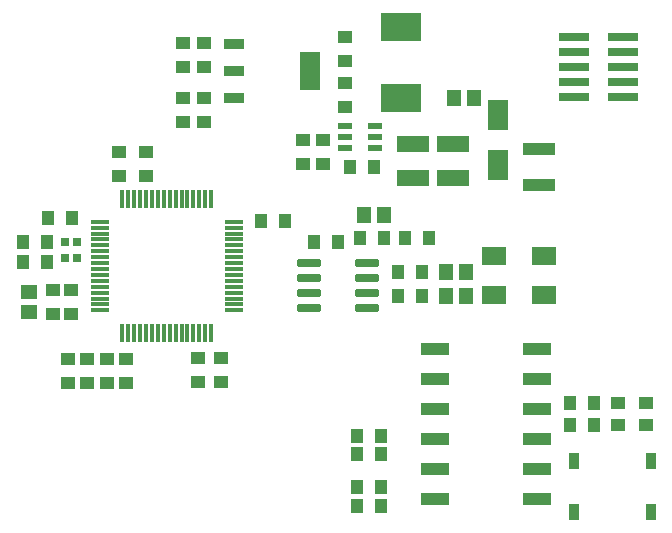
<source format=gtp>
G04*
G04 #@! TF.GenerationSoftware,Altium Limited,Altium Designer,23.3.1 (30)*
G04*
G04 Layer_Color=8421504*
%FSLAX24Y24*%
%MOIN*%
G70*
G04*
G04 #@! TF.SameCoordinates,E7BCD5BD-226D-4864-A43D-662A23EE15DB*
G04*
G04*
G04 #@! TF.FilePolarity,Positive*
G04*
G01*
G75*
%ADD17R,0.0449X0.0500*%
%ADD18R,0.0472X0.0579*%
%ADD19R,0.0276X0.0295*%
%ADD20R,0.0492X0.0433*%
%ADD21R,0.0500X0.0449*%
%ADD22R,0.0472X0.0236*%
%ADD23R,0.1106X0.0539*%
%ADD24R,0.1378X0.0925*%
%ADD25R,0.0579X0.0472*%
%ADD26R,0.0961X0.0445*%
%ADD27R,0.0835X0.0591*%
%ADD28R,0.1043X0.0291*%
%ADD29R,0.0650X0.0374*%
%ADD30R,0.0650X0.1260*%
%ADD31R,0.1060X0.0440*%
%ADD32R,0.0354X0.0551*%
%ADD33R,0.0689X0.1043*%
G04:AMPARAMS|DCode=34|XSize=77.6mil|YSize=23.6mil|CornerRadius=3mil|HoleSize=0mil|Usage=FLASHONLY|Rotation=0.000|XOffset=0mil|YOffset=0mil|HoleType=Round|Shape=RoundedRectangle|*
%AMROUNDEDRECTD34*
21,1,0.0776,0.0177,0,0,0.0*
21,1,0.0717,0.0236,0,0,0.0*
1,1,0.0059,0.0358,-0.0089*
1,1,0.0059,-0.0358,-0.0089*
1,1,0.0059,-0.0358,0.0089*
1,1,0.0059,0.0358,0.0089*
%
%ADD34ROUNDEDRECTD34*%
G04:AMPARAMS|DCode=35|XSize=61.4mil|YSize=11mil|CornerRadius=2.8mil|HoleSize=0mil|Usage=FLASHONLY|Rotation=0.000|XOffset=0mil|YOffset=0mil|HoleType=Round|Shape=RoundedRectangle|*
%AMROUNDEDRECTD35*
21,1,0.0614,0.0055,0,0,0.0*
21,1,0.0559,0.0110,0,0,0.0*
1,1,0.0055,0.0280,-0.0028*
1,1,0.0055,-0.0280,-0.0028*
1,1,0.0055,-0.0280,0.0028*
1,1,0.0055,0.0280,0.0028*
%
%ADD35ROUNDEDRECTD35*%
G04:AMPARAMS|DCode=36|XSize=61.4mil|YSize=11mil|CornerRadius=2.8mil|HoleSize=0mil|Usage=FLASHONLY|Rotation=270.000|XOffset=0mil|YOffset=0mil|HoleType=Round|Shape=RoundedRectangle|*
%AMROUNDEDRECTD36*
21,1,0.0614,0.0055,0,0,270.0*
21,1,0.0559,0.0110,0,0,270.0*
1,1,0.0055,-0.0028,-0.0280*
1,1,0.0055,-0.0028,0.0280*
1,1,0.0055,0.0028,0.0280*
1,1,0.0055,0.0028,-0.0280*
%
%ADD36ROUNDEDRECTD36*%
D17*
X12100Y9900D02*
D03*
X12900D02*
D03*
X12950Y11350D02*
D03*
X13750D02*
D03*
X24600Y9550D02*
D03*
X25400D02*
D03*
X21801Y10550D02*
D03*
X22600D02*
D03*
X24600Y8750D02*
D03*
X25400D02*
D03*
X23350Y10700D02*
D03*
X24150D02*
D03*
X25650D02*
D03*
X24850D02*
D03*
X24050Y3500D02*
D03*
X23250D02*
D03*
X30350Y4450D02*
D03*
X31150D02*
D03*
X23250Y4100D02*
D03*
X24050D02*
D03*
X30350Y5200D02*
D03*
X31150D02*
D03*
X24050Y1750D02*
D03*
X23250D02*
D03*
X23000Y13050D02*
D03*
X23800D02*
D03*
X20849Y11250D02*
D03*
X20050D02*
D03*
X23250Y2400D02*
D03*
X24050D02*
D03*
X12100Y10550D02*
D03*
X12900D02*
D03*
D18*
X26461Y15350D02*
D03*
X27139D02*
D03*
X26889Y9550D02*
D03*
X26211D02*
D03*
X26889Y8750D02*
D03*
X26211D02*
D03*
X24139Y11450D02*
D03*
X23461D02*
D03*
D19*
X13897Y10566D02*
D03*
Y10034D02*
D03*
X13503D02*
D03*
Y10566D02*
D03*
D20*
X31937Y5200D02*
D03*
X32863D02*
D03*
X31937Y4450D02*
D03*
X32863D02*
D03*
D21*
X14250Y5850D02*
D03*
Y6650D02*
D03*
X16200Y12750D02*
D03*
Y13550D02*
D03*
X17450Y14550D02*
D03*
Y15350D02*
D03*
Y17200D02*
D03*
Y16400D02*
D03*
X13600Y5850D02*
D03*
Y6650D02*
D03*
X15550Y5850D02*
D03*
Y6650D02*
D03*
X13700Y8150D02*
D03*
Y8950D02*
D03*
X22850Y15850D02*
D03*
Y15050D02*
D03*
X18150Y14544D02*
D03*
Y15343D02*
D03*
X18700Y5900D02*
D03*
Y6700D02*
D03*
X14900Y5850D02*
D03*
Y6650D02*
D03*
X13100Y8150D02*
D03*
Y8950D02*
D03*
X17950Y5900D02*
D03*
Y6700D02*
D03*
X18150Y17200D02*
D03*
Y16400D02*
D03*
X15300Y13550D02*
D03*
Y12750D02*
D03*
X22100Y13950D02*
D03*
Y13150D02*
D03*
X21450Y13150D02*
D03*
Y13950D02*
D03*
X22850Y16600D02*
D03*
Y17400D02*
D03*
D22*
X23834Y14424D02*
D03*
Y14050D02*
D03*
Y13676D02*
D03*
X22850D02*
D03*
Y14050D02*
D03*
Y14424D02*
D03*
D23*
X25100Y13809D02*
D03*
Y12691D02*
D03*
X26450D02*
D03*
Y13809D02*
D03*
D24*
X24700Y17732D02*
D03*
Y15350D02*
D03*
D25*
X12300Y8889D02*
D03*
Y8211D02*
D03*
D26*
X29243Y7000D02*
D03*
Y6000D02*
D03*
Y5000D02*
D03*
Y4000D02*
D03*
Y3000D02*
D03*
Y2000D02*
D03*
X25857Y7000D02*
D03*
Y6000D02*
D03*
Y5000D02*
D03*
Y4000D02*
D03*
Y3000D02*
D03*
Y2000D02*
D03*
D27*
X29483Y10100D02*
D03*
X27817D02*
D03*
X29483Y8800D02*
D03*
X27817D02*
D03*
D28*
X30483Y17400D02*
D03*
X32117D02*
D03*
X30483Y16900D02*
D03*
X32117D02*
D03*
X30483Y16400D02*
D03*
X32117D02*
D03*
X30483Y15900D02*
D03*
X32117D02*
D03*
Y15400D02*
D03*
X30483D02*
D03*
D29*
X19140Y17156D02*
D03*
Y16250D02*
D03*
Y15344D02*
D03*
D30*
X21660Y16250D02*
D03*
D31*
X29300Y12460D02*
D03*
Y13640D02*
D03*
D32*
X33030Y3250D02*
D03*
X30470D02*
D03*
X33030Y1550D02*
D03*
X30470D02*
D03*
D33*
X27950Y14796D02*
D03*
Y13104D02*
D03*
D34*
X23572Y9850D02*
D03*
Y9350D02*
D03*
Y8850D02*
D03*
Y8350D02*
D03*
X21628D02*
D03*
Y8850D02*
D03*
Y9350D02*
D03*
Y9850D02*
D03*
D35*
X19136Y11226D02*
D03*
Y11030D02*
D03*
Y10833D02*
D03*
Y10636D02*
D03*
Y10439D02*
D03*
Y10242D02*
D03*
Y10045D02*
D03*
Y9848D02*
D03*
Y9652D02*
D03*
Y9455D02*
D03*
Y9258D02*
D03*
Y9061D02*
D03*
Y8864D02*
D03*
Y8667D02*
D03*
Y8470D02*
D03*
Y8274D02*
D03*
X14664D02*
D03*
Y8470D02*
D03*
Y8667D02*
D03*
Y8864D02*
D03*
Y9061D02*
D03*
Y9258D02*
D03*
Y9455D02*
D03*
Y9652D02*
D03*
Y9848D02*
D03*
Y10045D02*
D03*
Y10242D02*
D03*
Y10439D02*
D03*
Y10636D02*
D03*
Y10833D02*
D03*
Y11030D02*
D03*
Y11226D02*
D03*
D36*
X18376Y7514D02*
D03*
X18180D02*
D03*
X17983D02*
D03*
X17786D02*
D03*
X17589D02*
D03*
X17392D02*
D03*
X17195D02*
D03*
X16998D02*
D03*
X16802D02*
D03*
X16605D02*
D03*
X16408D02*
D03*
X16211D02*
D03*
X16014D02*
D03*
X15817D02*
D03*
X15620D02*
D03*
X15424D02*
D03*
Y11986D02*
D03*
X15620D02*
D03*
X15817D02*
D03*
X16014D02*
D03*
X16211D02*
D03*
X16408D02*
D03*
X16605D02*
D03*
X16802D02*
D03*
X16998D02*
D03*
X17195D02*
D03*
X17392D02*
D03*
X17589D02*
D03*
X17786D02*
D03*
X17983D02*
D03*
X18180D02*
D03*
X18376D02*
D03*
M02*

</source>
